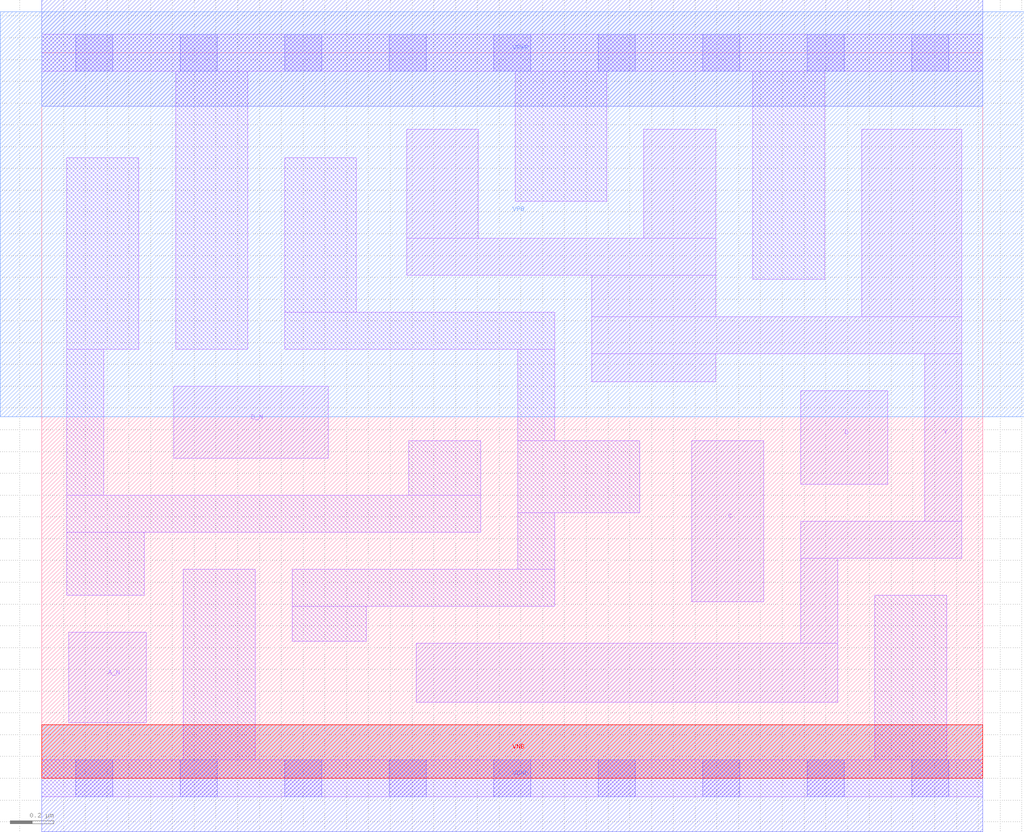
<source format=lef>
# Copyright 2020 The SkyWater PDK Authors
#
# Licensed under the Apache License, Version 2.0 (the "License");
# you may not use this file except in compliance with the License.
# You may obtain a copy of the License at
#
#     https://www.apache.org/licenses/LICENSE-2.0
#
# Unless required by applicable law or agreed to in writing, software
# distributed under the License is distributed on an "AS IS" BASIS,
# WITHOUT WARRANTIES OR CONDITIONS OF ANY KIND, either express or implied.
# See the License for the specific language governing permissions and
# limitations under the License.
#
# SPDX-License-Identifier: Apache-2.0

VERSION 5.7 ;
  NOWIREEXTENSIONATPIN ON ;
  DIVIDERCHAR "/" ;
  BUSBITCHARS "[]" ;
MACRO sky130_fd_sc_ms__nand4bb_1
  CLASS CORE ;
  FOREIGN sky130_fd_sc_ms__nand4bb_1 ;
  ORIGIN  0.000000  0.000000 ;
  SIZE  4.320000 BY  3.330000 ;
  SYMMETRY X Y ;
  SITE unit ;
  PIN A_N
    ANTENNAGATEAREA  0.233700 ;
    DIRECTION INPUT ;
    USE SIGNAL ;
    PORT
      LAYER li1 ;
        RECT 0.125000 0.255000 0.480000 0.670000 ;
    END
  END A_N
  PIN B_N
    ANTENNAGATEAREA  0.233700 ;
    DIRECTION INPUT ;
    USE SIGNAL ;
    PORT
      LAYER li1 ;
        RECT 0.605000 1.470000 1.315000 1.800000 ;
    END
  END B_N
  PIN C
    ANTENNAGATEAREA  0.312600 ;
    DIRECTION INPUT ;
    USE SIGNAL ;
    PORT
      LAYER li1 ;
        RECT 2.985000 0.810000 3.315000 1.550000 ;
    END
  END C
  PIN D
    ANTENNAGATEAREA  0.312600 ;
    DIRECTION INPUT ;
    USE SIGNAL ;
    PORT
      LAYER li1 ;
        RECT 3.485000 1.350000 3.885000 1.780000 ;
    END
  END D
  PIN Y
    ANTENNADIFFAREA  1.181450 ;
    DIRECTION OUTPUT ;
    USE SIGNAL ;
    PORT
      LAYER li1 ;
        RECT 1.675000 2.310000 3.095000 2.480000 ;
        RECT 1.675000 2.480000 2.005000 2.980000 ;
        RECT 1.720000 0.350000 3.655000 0.620000 ;
        RECT 2.525000 1.820000 3.095000 1.950000 ;
        RECT 2.525000 1.950000 4.225000 2.120000 ;
        RECT 2.525000 2.120000 3.095000 2.310000 ;
        RECT 2.765000 2.480000 3.095000 2.980000 ;
        RECT 3.485000 0.620000 3.655000 1.010000 ;
        RECT 3.485000 1.010000 4.225000 1.180000 ;
        RECT 3.765000 2.120000 4.225000 2.980000 ;
        RECT 4.055000 1.180000 4.225000 1.950000 ;
    END
  END Y
  PIN VGND
    DIRECTION INOUT ;
    USE GROUND ;
    PORT
      LAYER met1 ;
        RECT 0.000000 -0.245000 4.320000 0.245000 ;
    END
  END VGND
  PIN VNB
    DIRECTION INOUT ;
    USE GROUND ;
    PORT
      LAYER pwell ;
        RECT 0.000000 0.000000 4.320000 0.245000 ;
    END
  END VNB
  PIN VPB
    DIRECTION INOUT ;
    USE POWER ;
    PORT
      LAYER nwell ;
        RECT -0.190000 1.660000 4.510000 3.520000 ;
    END
  END VPB
  PIN VPWR
    DIRECTION INOUT ;
    USE POWER ;
    PORT
      LAYER met1 ;
        RECT 0.000000 3.085000 4.320000 3.575000 ;
    END
  END VPWR
  OBS
    LAYER li1 ;
      RECT 0.000000 -0.085000 4.320000 0.085000 ;
      RECT 0.000000  3.245000 4.320000 3.415000 ;
      RECT 0.115000  0.840000 0.470000 1.130000 ;
      RECT 0.115000  1.130000 2.015000 1.300000 ;
      RECT 0.115000  1.300000 0.285000 1.970000 ;
      RECT 0.115000  1.970000 0.445000 2.850000 ;
      RECT 0.615000  1.970000 0.945000 3.245000 ;
      RECT 0.650000  0.085000 0.980000 0.960000 ;
      RECT 1.115000  1.970000 2.355000 2.140000 ;
      RECT 1.115000  2.140000 1.445000 2.850000 ;
      RECT 1.150000  0.630000 1.490000 0.790000 ;
      RECT 1.150000  0.790000 2.355000 0.960000 ;
      RECT 1.685000  1.300000 2.015000 1.550000 ;
      RECT 2.175000  2.650000 2.595000 3.245000 ;
      RECT 2.185000  0.960000 2.355000 1.220000 ;
      RECT 2.185000  1.220000 2.745000 1.550000 ;
      RECT 2.185000  1.550000 2.355000 1.970000 ;
      RECT 3.265000  2.290000 3.595000 3.245000 ;
      RECT 3.825000  0.085000 4.155000 0.840000 ;
    LAYER mcon ;
      RECT 0.155000 -0.085000 0.325000 0.085000 ;
      RECT 0.155000  3.245000 0.325000 3.415000 ;
      RECT 0.635000 -0.085000 0.805000 0.085000 ;
      RECT 0.635000  3.245000 0.805000 3.415000 ;
      RECT 1.115000 -0.085000 1.285000 0.085000 ;
      RECT 1.115000  3.245000 1.285000 3.415000 ;
      RECT 1.595000 -0.085000 1.765000 0.085000 ;
      RECT 1.595000  3.245000 1.765000 3.415000 ;
      RECT 2.075000 -0.085000 2.245000 0.085000 ;
      RECT 2.075000  3.245000 2.245000 3.415000 ;
      RECT 2.555000 -0.085000 2.725000 0.085000 ;
      RECT 2.555000  3.245000 2.725000 3.415000 ;
      RECT 3.035000 -0.085000 3.205000 0.085000 ;
      RECT 3.035000  3.245000 3.205000 3.415000 ;
      RECT 3.515000 -0.085000 3.685000 0.085000 ;
      RECT 3.515000  3.245000 3.685000 3.415000 ;
      RECT 3.995000 -0.085000 4.165000 0.085000 ;
      RECT 3.995000  3.245000 4.165000 3.415000 ;
  END
END sky130_fd_sc_ms__nand4bb_1
END LIBRARY

</source>
